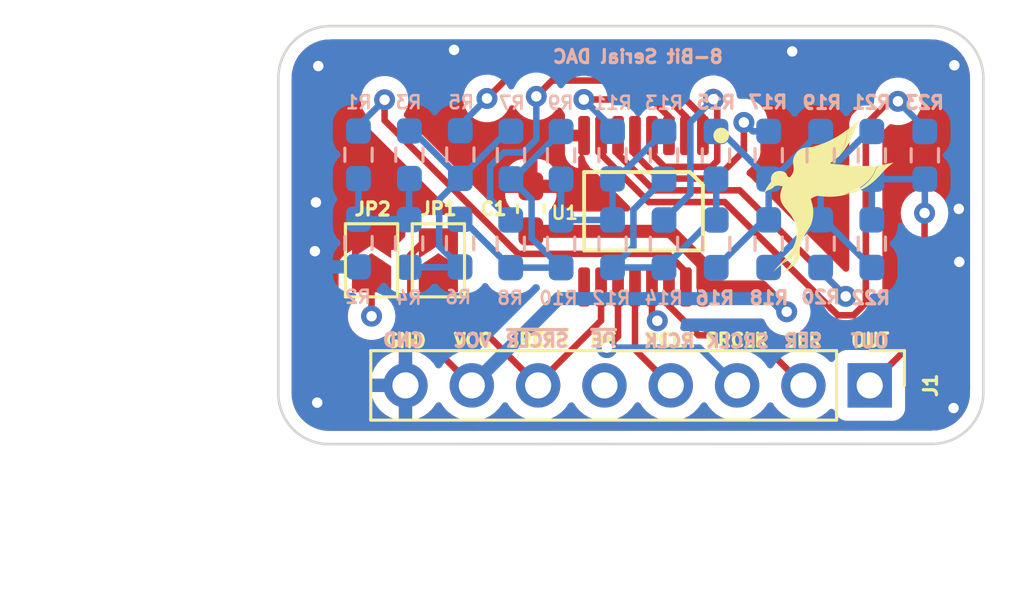
<source format=kicad_pcb>
(kicad_pcb (version 20211014) (generator pcbnew)
  (layers (0 "F.Cu" signal) (1 "In1.Cu" mixed) (2 "In2.Cu" power) (31 "B.Cu" signal) (34 "B.Paste" user) (35 "F.Paste" user) (36 "B.SilkS" user "B.Silkscreen") (37 "F.SilkS" user "F.Silkscreen") (38 "B.Mask" user) (39 "F.Mask" user) (44 "Edge.Cuts" user))
  (net 0 "")
  (net 1 "VCC")
  (net 2 "GND")
  (net 3 "DAC_OUT")
  (net 4 "Net-(J1-Pad2)")
  (net 5 "Net-(J1-Pad3)")
  (net 6 "Net-(J1-Pad4)")
  (net 7 "Net-(J1-Pad5)")
  (net 8 "Net-(J1-Pad6)")
  (net 9 "Net-(R1-Pad1)")
  (net 10 "Net-(R1-Pad2)")
  (net 11 "Net-(R3-Pad2)")
  (net 12 "Net-(R5-Pad1)")
  (net 13 "Net-(R10-Pad1)")
  (net 14 "Net-(R8-Pad1)")
  (net 15 "Net-(R10-Pad2)")
  (net 16 "Net-(R11-Pad1)")
  (net 17 "Net-(R12-Pad2)")
  (net 18 "Net-(R14-Pad1)")
  (net 19 "Net-(R15-Pad2)")
  (net 20 "Net-(R17-Pad1)")
  (net 21 "Net-(R18-Pad2)")
  (net 22 "Net-(R20-Pad1)")
  (net 23 "Net-(R23-Pad1)")
  (footprint "Jumper:SolderJumper-2_P1.3mm_Open_TrianglePad1.0x1.5mm" (layer "F.Cu") (at 130.29 96.51 90)
    (fp_text reference "JP2" (at 1.96 0.045) (layer "F.SilkS") (effects (font (size 0.5 0.5) (thickness 0.125))))
    (fp_text value "SolderJumper_2_Open")
    (pad "1" smd custom locked (at -0.725 0 90) (size 0.3 0.3) (layers "F.Cu" "F.Mask") (net 7 "Net-(J1-Pad5)") (options (clearance outline) (anchor rect)) (primitives (gr_poly (pts (xy 1 0) (xy 0.5 0.75) (xy -0.5 0.75) (xy -0.5 -0.75) (xy 0.5 -0.75)) (width 0) (fill yes))))
    (pad "2" smd custom locked (at 0.725 0 90) (size 0.3 0.3) (layers "F.Cu" "F.Mask") (net 2 "GND") (options (clearance outline) (anchor rect)) (primitives (gr_poly (pts (xy 0.5 0.75) (xy -0.65 0.75) (xy -0.15 0) (xy -0.65 -0.75) (xy 0.5 -0.75)) (width 0) (fill yes))))
  )
  (footprint "Connector_PinHeader_2.54mm:PinHeader_1x08_P2.54mm_Vertical" (layer "F.Cu") (at 149.37 101.3 -90)
    (fp_text reference "J1" (at 0 -2.33 90) (layer "F.SilkS") (effects (font (size 0.5 0.5) (thickness 0.125))))
    (fp_text value "Conn_01x08")
    (pad "1" thru_hole rect locked (at 0 0 270) (size 1.7 1.7) (drill 1) (layers *.Cu *.Mask) (net 3 "DAC_OUT"))
    (pad "2" thru_hole oval locked (at 0 2.54 270) (size 1.7 1.7) (drill 1) (layers *.Cu *.Mask) (net 4 "Net-(J1-Pad2)"))
    (pad "3" thru_hole oval locked (at 0 5.08 270) (size 1.7 1.7) (drill 1) (layers *.Cu *.Mask) (net 5 "Net-(J1-Pad3)"))
    (pad "4" thru_hole oval locked (at 0 7.62 270) (size 1.7 1.7) (drill 1) (layers *.Cu *.Mask) (net 6 "Net-(J1-Pad4)"))
    (pad "5" thru_hole oval locked (at 0 10.16 270) (size 1.7 1.7) (drill 1) (layers *.Cu *.Mask) (net 7 "Net-(J1-Pad5)"))
    (pad "6" thru_hole oval locked (at 0 12.7 270) (size 1.7 1.7) (drill 1) (layers *.Cu *.Mask) (net 8 "Net-(J1-Pad6)"))
    (pad "7" thru_hole oval locked (at 0 15.24 270) (size 1.7 1.7) (drill 1) (layers *.Cu *.Mask) (net 1 "VCC"))
    (pad "8" thru_hole oval locked (at 0 17.78 270) (size 1.7 1.7) (drill 1) (layers *.Cu *.Mask) (net 2 "GND"))
  )
  (footprint "logo" (layer "F.Cu") (at 146.65 94.23)
    (fp_text reference "G***" hide)
    (fp_text value "LOGO" hide)
  )
  (footprint "Capacitor_SMD:C_0603_1608Metric_Pad1.08x0.95mm_HandSolder" (layer "F.Cu") (at 136.39 94.5375 90)
    (fp_text reference "C1" (at 0 -1.43) (layer "F.SilkS") (effects (font (size 0.5 0.5) (thickness 0.125))))
    (fp_text value "0.1uF" hide)
    (pad "1" smd roundrect locked (at -0.8625 0 90) (size 1.075 0.95) (layers "F.Cu" "F.Paste" "F.Mask") (net 1 "VCC"))
    (pad "2" smd roundrect locked (at 0.8625 0 90) (size 1.075 0.95) (layers "F.Cu" "F.Paste" "F.Mask") (net 2 "GND"))
  )
  (footprint "SN74LV595APWRG4:SN74LV595APWRG4" (layer "F.Cu") (at 142.98 94.63 -90)
    (fp_text reference "U1" (at 0.06 5.29 unlocked) (layer "F.SilkS") (effects (font (size 0.5 0.5) (thickness 0.1))))
    (fp_text value "SN74LV595APWRG4")
    (pad "1" smd roundrect (at -2.9 0 270) (size 1.5 0.45) (layers "F.Cu" "F.Paste" "F.Mask") (net 12 "Net-(R5-Pad1)"))
    (pad "2" smd roundrect (at -2.9 0.65 270) (size 1.5 0.45) (layers "F.Cu" "F.Paste" "F.Mask") (net 14 "Net-(R8-Pad1)"))
    (pad "3" smd roundrect (at -2.9 1.3 270) (size 1.5 0.45) (layers "F.Cu" "F.Paste" "F.Mask") (net 16 "Net-(R11-Pad1)"))
    (pad "4" smd roundrect (at -2.9 1.95 270) (size 1.5 0.45) (layers "F.Cu" "F.Paste" "F.Mask") (net 18 "Net-(R14-Pad1)"))
    (pad "5" smd roundrect (at -2.9 2.6 270) (size 1.5 0.45) (layers "F.Cu" "F.Paste" "F.Mask") (net 20 "Net-(R17-Pad1)"))
    (pad "6" smd roundrect (at -2.9 3.25 270) (size 1.5 0.45) (layers "F.Cu" "F.Paste" "F.Mask") (net 22 "Net-(R20-Pad1)"))
    (pad "7" smd roundrect (at -2.9 3.9 270) (size 1.5 0.45) (layers "F.Cu" "F.Paste" "F.Mask") (net 23 "Net-(R23-Pad1)"))
    (pad "8" smd roundrect (at -2.9 4.55 270) (size 1.5 0.45) (layers "F.Cu" "F.Paste" "F.Mask") (net 2 "GND"))
    (pad "9" smd roundrect (at 2.9 4.55 270) (size 1.5 0.45) (layers "F.Cu" "F.Paste" "F.Mask"))
    (pad "10" smd roundrect (at 2.9 3.9 270) (size 1.5 0.45) (layers "F.Cu" "F.Paste" "F.Mask") (net 8 "Net-(J1-Pad6)"))
    (pad "11" smd roundrect (at 2.9 3.25 270) (size 1.5 0.45) (layers "F.Cu" "F.Paste" "F.Mask") (net 5 "Net-(J1-Pad3)"))
    (pad "12" smd roundrect (at 2.9 2.6 270) (size 1.5 0.45) (layers "F.Cu" "F.Paste" "F.Mask") (net 6 "Net-(J1-Pad4)"))
    (pad "13" smd roundrect (at 2.9 1.95 270) (size 1.5 0.45) (layers "F.Cu" "F.Paste" "F.Mask") (net 7 "Net-(J1-Pad5)"))
    (pad "14" smd roundrect (at 2.9 1.3 270) (size 1.5 0.45) (layers "F.Cu" "F.Paste" "F.Mask") (net 4 "Net-(J1-Pad2)"))
    (pad "15" smd roundrect (at 2.9 0.65 270) (size 1.5 0.45) (layers "F.Cu" "F.Paste" "F.Mask") (net 9 "Net-(R1-Pad1)"))
    (pad "16" smd roundrect (at 2.9 0 270) (size 1.5 0.45) (layers "F.Cu" "F.Paste" "F.Mask") (net 1 "VCC"))
  )
  (footprint "Jumper:SolderJumper-2_P1.3mm_Open_TrianglePad1.0x1.5mm" (layer "F.Cu") (at 132.85 96.51 90)
    (fp_text reference "JP1" (at 1.97 0.005 180) (layer "F.SilkS") (effects (font (size 0.5 0.5) (thickness 0.125))))
    (fp_text value "SolderJumper_2_Open")
    (pad "1" smd custom locked (at -0.725 0 90) (size 0.3 0.3) (layers "F.Cu" "F.Mask") (net 8 "Net-(J1-Pad6)") (options (clearance outline) (anchor rect)) (primitives (gr_poly (pts (xy 1 0) (xy 0.5 0.75) (xy -0.5 0.75) (xy -0.5 -0.75) (xy 0.5 -0.75)) (width 0) (fill yes))))
    (pad "2" smd custom locked (at 0.725 0 90) (size 0.3 0.3) (layers "F.Cu" "F.Mask") (net 1 "VCC") (options (clearance outline) (anchor rect)) (primitives (gr_poly (pts (xy 0.5 0.75) (xy -0.65 0.75) (xy -0.15 0) (xy -0.65 -0.75) (xy 0.5 -0.75)) (width 0) (fill yes))))
  )
  (footprint "Resistor_SMD:R_0603_1608Metric_Pad0.98x0.95mm_HandSolder" (layer "B.Cu") (at 145.5 92.4825 -90)
    (fp_text reference "R17" (at -2.03 0.0325 180) (layer "B.SilkS") (effects (font (size 0.5 0.5) (thickness 0.125)) (justify mirror)))
    (fp_text value "R_Small_US" hide)
    (pad "1" smd roundrect locked (at -0.9125 0 270) (size 0.975 0.95) (layers "B.Cu" "B.Paste" "B.Mask") (net 20 "Net-(R17-Pad1)"))
    (pad "2" smd roundrect locked (at 0.9125 0 270) (size 0.975 0.95) (layers "B.Cu" "B.Paste" "B.Mask") (net 19 "Net-(R15-Pad2)"))
  )
  (footprint "Resistor_SMD:R_0603_1608Metric_Pad0.98x0.95mm_HandSolder" (layer "B.Cu") (at 139.52 92.48 -90)
    (fp_text reference "R11" (at -2 -0.01 180) (layer "B.SilkS") (effects (font (size 0.5 0.5) (thickness 0.1)) (justify mirror)))
    (fp_text value "R_Small_US" hide)
    (pad "1" smd roundrect locked (at -0.9125 0 270) (size 0.975 0.95) (layers "B.Cu" "B.Paste" "B.Mask") (net 16 "Net-(R11-Pad1)"))
    (pad "2" smd roundrect locked (at 0.9125 0 270) (size 0.975 0.95) (layers "B.Cu" "B.Paste" "B.Mask") (net 15 "Net-(R10-Pad2)"))
  )
  (footprint "Resistor_SMD:R_0603_1608Metric_Pad0.98x0.95mm_HandSolder" (layer "B.Cu") (at 141.49 92.4875 -90)
    (fp_text reference "R13" (at -2.0075 0 180) (layer "B.SilkS") (effects (font (size 0.5 0.5) (thickness 0.1)) (justify mirror)))
    (fp_text value "R_Small_US" hide)
    (pad "1" smd roundrect locked (at -0.9125 0 270) (size 0.975 0.95) (layers "B.Cu" "B.Paste" "B.Mask") (net 15 "Net-(R10-Pad2)"))
    (pad "2" smd roundrect locked (at 0.9125 0 270) (size 0.975 0.95) (layers "B.Cu" "B.Paste" "B.Mask") (net 17 "Net-(R12-Pad2)"))
  )
  (footprint "Resistor_SMD:R_0603_1608Metric_Pad0.98x0.95mm_HandSolder" (layer "B.Cu") (at 135.63 92.4775 -90)
    (fp_text reference "R7" (at -1.9975 -0.03 180) (layer "B.SilkS") (effects (font (size 0.5 0.5) (thickness 0.1)) (justify mirror)))
    (fp_text value "R_Small_US" hide)
    (pad "1" smd roundrect locked (at -0.9125 0 270) (size 0.975 0.95) (layers "B.Cu" "B.Paste" "B.Mask") (net 11 "Net-(R3-Pad2)"))
    (pad "2" smd roundrect locked (at 0.9125 0 270) (size 0.975 0.95) (layers "B.Cu" "B.Paste" "B.Mask") (net 13 "Net-(R10-Pad1)"))
  )
  (footprint "Resistor_SMD:R_0603_1608Metric_Pad0.98x0.95mm_HandSolder" (layer "B.Cu") (at 133.68 95.8525 90)
    (fp_text reference "R6" (at -2.0675 -0.07 180) (layer "B.SilkS") (effects (font (size 0.5 0.5) (thickness 0.1)) (justify mirror)))
    (fp_text value "R_Small_US" hide)
    (pad "1" smd roundrect locked (at -0.9125 0 90) (size 0.975 0.95) (layers "B.Cu" "B.Paste" "B.Mask") (net 11 "Net-(R3-Pad2)"))
    (pad "2" smd roundrect locked (at 0.9125 0 90) (size 0.975 0.95) (layers "B.Cu" "B.Paste" "B.Mask") (net 13 "Net-(R10-Pad1)"))
  )
  (footprint "Resistor_SMD:R_0603_1608Metric_Pad0.98x0.95mm_HandSolder" (layer "B.Cu") (at 129.79 92.4675 -90)
    (fp_text reference "R1" (at -2.0075 -0.01 180) (layer "B.SilkS") (effects (font (size 0.5 0.5) (thickness 0.1)) (justify mirror)))
    (fp_text value "R_Small_US" hide)
    (pad "1" smd roundrect locked (at -0.9125 0 270) (size 0.975 0.95) (layers "B.Cu" "B.Paste" "B.Mask") (net 9 "Net-(R1-Pad1)"))
    (pad "2" smd roundrect locked (at 0.9125 0 270) (size 0.975 0.95) (layers "B.Cu" "B.Paste" "B.Mask") (net 10 "Net-(R1-Pad2)"))
  )
  (footprint "Resistor_SMD:R_0603_1608Metric_Pad0.98x0.95mm_HandSolder" (layer "B.Cu") (at 135.62 95.8775 -90)
    (fp_text reference "R8" (at 2.0725 0.02 180) (layer "B.SilkS") (effects (font (size 0.5 0.5) (thickness 0.1)) (justify mirror)))
    (fp_text value "R_Small_US" hide)
    (pad "1" smd roundrect locked (at -0.9125 0 270) (size 0.975 0.95) (layers "B.Cu" "B.Paste" "B.Mask") (net 14 "Net-(R8-Pad1)"))
    (pad "2" smd roundrect locked (at 0.9125 0 270) (size 0.975 0.95) (layers "B.Cu" "B.Paste" "B.Mask") (net 13 "Net-(R10-Pad1)"))
  )
  (footprint "Resistor_SMD:R_0603_1608Metric_Pad0.98x0.95mm_HandSolder" (layer "B.Cu") (at 137.55 95.8775 90)
    (fp_text reference "R10" (at -2.0825 -0.1 180) (layer "B.SilkS") (effects (font (size 0.5 0.5) (thickness 0.1)) (justify mirror)))
    (fp_text value "R_Small_US" hide)
    (pad "1" smd roundrect locked (at -0.9125 0 90) (size 0.975 0.95) (layers "B.Cu" "B.Paste" "B.Mask") (net 13 "Net-(R10-Pad1)"))
    (pad "2" smd roundrect locked (at 0.9125 0 90) (size 0.975 0.95) (layers "B.Cu" "B.Paste" "B.Mask") (net 15 "Net-(R10-Pad2)"))
  )
  (footprint "Resistor_SMD:R_0603_1608Metric_Pad0.98x0.95mm_HandSolder" (layer "B.Cu") (at 141.49 95.8775 -90)
    (fp_text reference "R14" (at 2.0725 0.01 180) (layer "B.SilkS") (effects (font (size 0.5 0.5) (thickness 0.1)) (justify mirror)))
    (fp_text value "R_Small_US" hide)
    (pad "1" smd roundrect locked (at -0.9125 0 270) (size 0.975 0.95) (layers "B.Cu" "B.Paste" "B.Mask") (net 18 "Net-(R14-Pad1)"))
    (pad "2" smd roundrect locked (at 0.9125 0 270) (size 0.975 0.95) (layers "B.Cu" "B.Paste" "B.Mask") (net 17 "Net-(R12-Pad2)"))
  )
  (footprint "Resistor_SMD:R_0603_1608Metric_Pad0.98x0.95mm_HandSolder" (layer "B.Cu") (at 133.69 92.4575 -90)
    (fp_text reference "R5" (at -1.9975 -0.03 180) (layer "B.SilkS") (effects (font (size 0.5 0.5) (thickness 0.1)) (justify mirror)))
    (fp_text value "R_Small_US" hide)
    (pad "1" smd roundrect locked (at -0.9125 0 270) (size 0.975 0.95) (layers "B.Cu" "B.Paste" "B.Mask") (net 12 "Net-(R5-Pad1)"))
    (pad "2" smd roundrect locked (at 0.9125 0 270) (size 0.975 0.95) (layers "B.Cu" "B.Paste" "B.Mask") (net 11 "Net-(R3-Pad2)"))
  )
  (footprint "Resistor_SMD:R_0603_1608Metric_Pad0.98x0.95mm_HandSolder" (layer "B.Cu") (at 149.45 95.8725 90)
    (fp_text reference "R22" (at -2.0775 -0.04 180) (layer "B.SilkS") (effects (font (size 0.5 0.5) (thickness 0.125)) (justify mirror)))
    (fp_text value "R_Small_US" hide)
    (pad "1" smd roundrect locked (at -0.9125 0 90) (size 0.975 0.95) (layers "B.Cu" "B.Paste" "B.Mask") (net 21 "Net-(R18-Pad2)"))
    (pad "2" smd roundrect locked (at 0.9125 0 90) (size 0.975 0.95) (layers "B.Cu" "B.Paste" "B.Mask") (net 3 "DAC_OUT"))
  )
  (footprint "Resistor_SMD:R_0603_1608Metric_Pad0.98x0.95mm_HandSolder" (layer "B.Cu") (at 151.48 92.4875 -90)
    (fp_text reference "R23" (at -2.0175 0.01 180) (layer "B.SilkS") (effects (font (size 0.5 0.5) (thickness 0.125)) (justify mirror)))
    (fp_text value "R_Small_US" hide)
    (pad "1" smd roundrect locked (at -0.9125 0 270) (size 0.975 0.95) (layers "B.Cu" "B.Paste" "B.Mask") (net 23 "Net-(R23-Pad1)"))
    (pad "2" smd roundrect locked (at 0.9125 0 270) (size 0.975 0.95) (layers "B.Cu" "B.Paste" "B.Mask") (net 3 "DAC_OUT"))
  )
  (footprint "Resistor_SMD:R_0603_1608Metric_Pad0.98x0.95mm_HandSolder" (layer "B.Cu") (at 137.55 92.4875 -90)
    (fp_text reference "R9" (at -2.0075 0.02 180) (layer "B.SilkS") (effects (font (size 0.5 0.5) (thickness 0.1)) (justify mirror)))
    (fp_text value "R_Small_US" hide)
    (pad "1" smd roundrect locked (at -0.9125 0 270) (size 0.975 0.95) (layers "B.Cu" "B.Paste" "B.Mask") (net 13 "Net-(R10-Pad1)"))
    (pad "2" smd roundrect locked (at 0.9125 0 270) (size 0.975 0.95) (layers "B.Cu" "B.Paste" "B.Mask") (net 15 "Net-(R10-Pad2)"))
  )
  (footprint "Resistor_SMD:R_0603_1608Metric_Pad0.98x0.95mm_HandSolder" (layer "B.Cu") (at 149.45 92.4875 -90)
    (fp_text reference "R21" (at -2.0225 0.02 180) (layer "B.SilkS") (effects (font (size 0.5 0.5) (thickness 0.125)) (justify mirror)))
    (fp_text value "R_Small_US" hide)
    (pad "1" smd roundrect locked (at -0.9125 0 270) (size 0.975 0.95) (layers "B.Cu" "B.Paste" "B.Mask") (net 21 "Net-(R18-Pad2)"))
    (pad "2" smd roundrect locked (at 0.9125 0 270) (size 0.975 0.95) (layers "B.Cu" "B.Paste" "B.Mask") (net 3 "DAC_OUT"))
  )
  (footprint "Resistor_SMD:R_0603_1608Metric_Pad0.98x0.95mm_HandSolder" (layer "B.Cu") (at 147.49 95.8725 90)
    (fp_text reference "R20" (at -2.0475 0) (layer "B.SilkS") (effects (font (size 0.5 0.5) (thickness 0.125)) (justify mirror)))
    (fp_text value "R_Small_US" hide)
    (pad "1" smd roundrect locked (at -0.9125 0 90) (size 0.975 0.95) (layers "B.Cu" "B.Paste" "B.Mask") (net 22 "Net-(R20-Pad1)"))
    (pad "2" smd roundrect locked (at 0.9125 0 90) (size 0.975 0.95) (layers "B.Cu" "B.Paste" "B.Mask") (net 21 "Net-(R18-Pad2)"))
  )
  (footprint "Resistor_SMD:R_0603_1608Metric_Pad0.98x0.95mm_HandSolder" (layer "B.Cu") (at 147.49 92.4875 -90)
    (fp_text reference "R19" (at -2.0175 -0.05) (layer "B.SilkS") (effects (font (size 0.5 0.5) (thickness 0.125)) (justify mirror)))
    (fp_text value "R_Small_US" hide)
    (pad "1" smd roundrect locked (at -0.9125 0 270) (size 0.975 0.95) (layers "B.Cu" "B.Paste" "B.Mask") (net 19 "Net-(R15-Pad2)"))
    (pad "2" smd roundrect locked (at 0.9125 0 270) (size 0.975 0.95) (layers "B.Cu" "B.Paste" "B.Mask") (net 21 "Net-(R18-Pad2)"))
  )
  (footprint "Resistor_SMD:R_0603_1608Metric_Pad0.98x0.95mm_HandSolder" (layer "B.Cu") (at 139.52 95.8725 -90)
    (fp_text reference "R12" (at 2.0775 0.05 180) (layer "B.SilkS") (effects (font (size 0.5 0.5) (thickness 0.1)) (justify mirror)))
    (fp_text value "R_Small_US" hide)
    (pad "1" smd roundrect locked (at -0.9125 0 270) (size 0.975 0.95) (layers "B.Cu" "B.Paste" "B.Mask") (net 15 "Net-(R10-Pad2)"))
    (pad "2" smd roundrect locked (at 0.9125 0 270) (size 0.975 0.95) (layers "B.Cu" "B.Paste" "B.Mask") (net 17 "Net-(R12-Pad2)"))
  )
  (footprint "Resistor_SMD:R_0603_1608Metric_Pad0.98x0.95mm_HandSolder" (layer "B.Cu") (at 143.49 95.8775 -90)
    (fp_text reference "R16" (at 2.0775 0.05 180) (layer "B.SilkS") (effects (font (size 0.5 0.5) (thickness 0.125)) (justify mirror)))
    (fp_text value "R_Small_US" hide)
    (pad "1" smd roundrect locked (at -0.9125 0 270) (size 0.975 0.95) (layers "B.Cu" "B.Paste" "B.Mask") (net 17 "Net-(R12-Pad2)"))
    (pad "2" smd roundrect locked (at 0.9125 0 270) (size 0.975 0.95) (layers "B.Cu" "B.Paste" "B.Mask") (net 19 "Net-(R15-Pad2)"))
  )
  (footprint "Resistor_SMD:R_0603_1608Metric_Pad0.98x0.95mm_HandSolder" (layer "B.Cu") (at 131.74 92.4675 90)
    (fp_text reference "R3" (at 2.0075 -0.03 180) (layer "B.SilkS") (effects (font (size 0.5 0.5) (thickness 0.1)) (justify mirror)))
    (fp_text value "R_Small_US" hide)
    (pad "1" smd roundrect locked (at -0.9125 0 90) (size 0.975 0.95) (layers "B.Cu" "B.Paste" "B.Mask") (net 10 "Net-(R1-Pad2)"))
    (pad "2" smd roundrect locked (at 0.9125 0 90) (size 0.975 0.95) (layers "B.Cu" "B.Paste" "B.Mask") (net 11 "Net-(R3-Pad2)"))
  )
  (footprint "Resistor_SMD:R_0603_1608Metric_Pad0.98x0.95mm_HandSolder" (layer "B.Cu") (at 131.73 95.8625 -90)
    (fp_text reference "R4" (at 2.0875 0.02 180) (layer "B.SilkS") (effects (font (size 0.5 0.5) (thickness 0.1)) (justify mirror)))
    (fp_text value "R_Small_US" hide)
    (pad "1" smd roundrect locked (at -0.9125 0 270) (size 0.975 0.95) (layers "B.Cu" "B.Paste" "B.Mask") (net 10 "Net-(R1-Pad2)"))
    (pad "2" smd roundrect locked (at 0.9125 0 270) (size 0.975 0.95) (layers "B.Cu" "B.Paste" "B.Mask") (net 11 "Net-(R3-Pad2)"))
  )
  (footprint "Resistor_SMD:R_0603_1608Metric_Pad0.98x0.95mm_HandSolder" (layer "B.Cu") (at 143.48 92.4875 90)
    (fp_text reference "R15" (at 2.0275 0 180) (layer "B.SilkS") (effects (font (size 0.5 0.5) (thickness 0.125)) (justify mirror)))
    (fp_text value "R_Small_US" hide)
    (pad "1" smd roundrect locked (at -0.9125 0 90) (size 0.975 0.95) (layers "B.Cu" "B.Paste" "B.Mask") (net 17 "Net-(R12-Pad2)"))
    (pad "2" smd roundrect locked (at 0.9125 0 90) (size 0.975 0.95) (layers "B.Cu" "B.Paste" "B.Mask") (net 19 "Net-(R15-Pad2)"))
  )
  (footprint "Resistor_SMD:R_0603_1608Metric_Pad0.98x0.95mm_HandSolder" (layer "B.Cu") (at 129.79 95.8475 -90)
    (fp_text reference "R2" (at 2.0625 0.02 180) (layer "B.SilkS") (effects (font (size 0.5 0.5) (thickness 0.1)) (justify mirror)))
    (fp_text value "R_Small_US" hide)
    (pad "1" smd roundrect locked (at -0.9125 0 270) (size 0.975 0.95) (layers "B.Cu" "B.Paste" "B.Mask") (net 10 "Net-(R1-Pad2)"))
    (pad "2" smd roundrect locked (at 0.9125 0 270) (size 0.975 0.95) (layers "B.Cu" "B.Paste" "B.Mask") (net 2 "GND"))
  )
  (footprint "Resistor_SMD:R_0603_1608Metric_Pad0.98x0.95mm_HandSolder" (layer "B.Cu") (at 145.5 95.8725 -90)
    (fp_text reference "R18" (at 2.0775 -0.01 180) (layer "B.SilkS") (effects (font (size 0.5 0.5) (thickness 0.125)) (justify mirror)))
    (fp_text value "R_Small_US" hide)
    (pad "1" smd roundrect locked (at -0.9125 0 270) (size 0.975 0.95) (layers "B.Cu" "B.Paste" "B.Mask") (net 19 "Net-(R15-Pad2)"))
    (pad "2" smd roundrect locked (at 0.9125 0 270) (size 0.975 0.95) (layers "B.Cu" "B.Paste" "B.Mask") (net 21 "Net-(R18-Pad2)"))
  )
  (gr_arc (start 151.72 87.54) (mid 153.134214 88.125786) (end 153.72 89.54) (layer "Edge.Cuts") (width 0.1))
  (gr_line (start 151.78 103.54) (end 128.714214 103.55) (layer "Edge.Cuts") (width 0.1))
  (gr_line (start 126.72 101.6) (end 126.72 89.524214) (layer "Edge.Cuts") (width 0.1))
  (gr_line (start 153.72 89.54) (end 153.72 101.51) (layer "Edge.Cuts") (width 0.1))
  (gr_line (start 128.724214 87.54) (end 151.72 87.54) (layer "Edge.Cuts") (width 0.1))
  (gr_arc (start 126.72 89.524214) (mid 127.30947 88.115311) (end 128.724214 87.54) (layer "Edge.Cuts") (width 0.1))
  (gr_arc (start 128.714214 103.55) (mid 127.305169 102.996278) (end 126.72 101.6) (layer "Edge.Cuts") (width 0.1))
  (gr_arc (start 153.72 101.51) (mid 153.175062 102.931217) (end 151.78 103.54) (layer "Edge.Cuts") (width 0.1))
  (gr_text "OUT" (at 149.37 99.6) (layer "B.SilkS") (effects (font (size 0.5 0.5) (thickness 0.125)) (justify mirror)))
  (gr_text "RCLK" (at 141.69 99.6) (layer "B.SilkS") (effects (font (size 0.5 0.5) (thickness 0.125)) (justify mirror)))
  (gr_text "~{SRCLR}" (at 136.63 99.58) (layer "B.SilkS") (effects (font (size 0.5 0.5) (thickness 0.125)) (justify mirror)))
  (gr_text "GND" (at 131.5 99.56) (layer "B.SilkS") (effects (font (size 0.5 0.5) (thickness 0.125)) (justify mirror)))
  (gr_text "SER" (at 146.82 99.6) (layer "B.SilkS") (effects (font (size 0.5 0.5) (thickness 0.125)) (justify mirror)))
  (gr_text "VCC" (at 134.15 99.59) (layer "B.SilkS") (effects (font (size 0.5 0.5) (thickness 0.125)) (justify mirror)))
  (gr_text "~{OE}" (at 139.16 99.57) (layer "B.SilkS") (effects (font (size 0.5 0.5) (thickness 0.125)) (justify mirror)))
  (gr_text "8-Bit Serial DAC" (at 140.49 88.71) (layer "B.SilkS") (effects (font (size 0.5 0.5) (thickness 0.125)) (justify mirror)))
  (gr_text "SRCLK" (at 144.31 99.61) (layer "B.SilkS") (effects (font (size 0.5 0.5) (thickness 0.125)) (justify mirror)))
  (gr_text "VCC" (at 134.17 99.58) (layer "F.SilkS") (effects (font (size 0.5 0.5) (thickness 0.125))))
  (gr_text "RCLK" (at 141.73 99.57) (layer "F.SilkS") (effects (font (size 0.5 0.5) (thickness 0.125))))
  (gr_text "SER" (at 146.82 99.58) (layer "F.SilkS") (effects (font (size 0.5 0.5) (thickness 0.125))))
  (gr_text "SRCLK" (at 144.27 99.57) (layer "F.SilkS") (effects (font (size 0.5 0.5) (thickness 0.125))))
  (gr_text "OUT" (at 149.39 99.57) (layer "F.SilkS") (effects (font (size 0.5 0.5) (thickness 0.125))))
  (gr_text "GND" (at 131.6 99.59) (layer "F.SilkS") (effects (font (size 0.5 0.5) (thickness 0.125))))
  (gr_text "~{SRCLR}" (at 136.66 99.57) (layer "F.SilkS") (effects (font (size 0.5 0.5) (thickness 0.125))))
  (gr_text "~{OE}" (at 139.19 99.58) (layer "F.SilkS") (effects (font (size 0.5 0.5) (thickness 0.125))))
  (segment (start 134.13 101.3) (end 131.77548 98.94548) (width 0.25) (layer "F.Cu") (net 1))
  (segment (start 131.77548 96.30452) (end 132.295 95.785) (width 0.25) (layer "F.Cu") (net 1))
  (segment (start 141.730533 95.4) (end 136.39 95.4) (width 0.5) (layer "F.Cu") (net 1))
  (segment (start 142.98 97.53) (end 145.24 97.53) (width 0.5) (layer "F.Cu") (net 1))
  (segment (start 142.98 97.53) (end 142.98 96.649467) (width 0.5) (layer "F.Cu") (net 1))
  (segment (start 132.295 95.785) (end 132.85 95.785) (width 0.25) (layer "F.Cu") (net 1))
  (segment (start 131.77548 98.94548) (end 131.77548 96.30452) (width 0.25) (layer "F.Cu") (net 1))
  (segment (start 142.98 96.649467) (end 141.730533 95.4) (width 0.5) (layer "F.Cu") (net 1))
  (segment (start 145.24 97.53) (end 146.19 98.48) (width 0.5) (layer "F.Cu") (net 1))
  (via (at 146.19 98.48) (size 0.8) (drill 0.4) (layers "F.Cu" "B.Cu") (net 1))
  (segment (start 137.453391 97.976609) (end 134.13 101.3) (width 0.5) (layer "B.Cu") (net 1))
  (segment (start 146.19 98.48) (end 145.686609 97.976609) (width 0.5) (layer "B.Cu") (net 1))
  (segment (start 145.686609 97.976609) (end 137.453391 97.976609) (width 0.5) (layer "B.Cu") (net 1))
  (via (at 133.45 88.45) (size 0.8) (drill 0.4) (layers "F.Cu" "B.Cu") (net 2))
  (via (at 128.21 101.96) (size 0.8) (drill 0.4) (layers "F.Cu" "B.Cu") (net 2))
  (via (at 152.58 102.17) (size 0.8) (drill 0.4) (layers "F.Cu" "B.Cu") (net 2))
  (via (at 152.8 96.57) (size 0.8) (drill 0.4) (layers "F.Cu" "B.Cu") (net 2))
  (via (at 146.4 88.51) (size 0.8) (drill 0.4) (layers "F.Cu" "B.Cu") (net 2))
  (via (at 128.25 89.07) (size 0.8) (drill 0.4) (layers "F.Cu" "B.Cu") (net 2))
  (via (at 128.16 94.29) (size 0.8) (drill 0.4) (layers "F.Cu" "B.Cu") (net 2))
  (via (at 152.61 89.04) (size 0.8) (drill 0.4) (layers "F.Cu" "B.Cu") (net 2))
  (via (at 152.78 94.54) (size 0.8) (drill 0.4) (layers "F.Cu" "B.Cu") (net 2))
  (via (at 128.12 96.16) (size 0.8) (drill 0.4) (layers "F.Cu" "B.Cu") (net 2))
  (segment (start 151.47 99.2) (end 151.47 94.7) (width 0.25) (layer "F.Cu") (net 3))
  (segment (start 149.37 101.3) (end 151.47 99.2) (width 0.25) (layer "F.Cu") (net 3))
  (via (at 151.47 94.7) (size 0.8) (drill 0.4) (layers "F.Cu" "B.Cu") (net 3))
  (segment (start 151.48 94.69) (end 151.47 94.7) (width 0.25) (layer "B.Cu") (net 3))
  (segment (start 149.45 94.96) (end 149.45 93.4) (width 0.25) (layer "B.Cu") (net 3))
  (segment (start 151.48 93.4) (end 151.48 94.69) (width 0.25) (layer "B.Cu") (net 3))
  (segment (start 149.45 93.4) (end 151.48 93.4) (width 0.25) (layer "B.Cu") (net 3))
  (segment (start 142.811961 99.38) (end 141.68 98.248039) (width 0.25) (layer "F.Cu") (net 4))
  (segment (start 141.68 98.248039) (end 141.68 97.53) (width 0.25) (layer "F.Cu") (net 4))
  (segment (start 146.83 101.3) (end 144.91 99.38) (width 0.25) (layer "F.Cu") (net 4))
  (segment (start 144.91 99.38) (end 142.811961 99.38) (width 0.25) (layer "F.Cu") (net 4))
  (segment (start 139.73 97.53) (end 139.73 99.426826) (width 0.25) (layer "F.Cu") (net 5))
  (segment (start 139.73 99.426826) (end 139.303322 99.853504) (width 0.25) (layer "F.Cu") (net 5))
  (via (at 139.303322 99.853504) (size 0.8) (drill 0.4) (layers "F.Cu" "B.Cu") (net 5))
  (segment (start 142.843504 99.853504) (end 144.29 101.3) (width 0.25) (layer "B.Cu") (net 5))
  (segment (start 139.303322 99.853504) (end 142.843504 99.853504) (width 0.25) (layer "B.Cu") (net 5))
  (segment (start 141.75 101.3) (end 140.38 99.93) (width 0.25) (layer "F.Cu") (net 6))
  (segment (start 140.38 99.93) (end 140.38 97.53) (width 0.25) (layer "F.Cu") (net 6))
  (segment (start 130.29 98.65) (end 130.29 97.235) (width 0.25) (layer "F.Cu") (net 7))
  (segment (start 141.03 97.53) (end 141.03 98.622638) (width 0.25) (layer "F.Cu") (net 7))
  (segment (start 141.03 98.622638) (end 141.233482 98.82612) (width 0.25) (layer "F.Cu") (net 7))
  (via (at 141.233482 98.82612) (size 0.8) (drill 0.4) (layers "F.Cu" "B.Cu") (net 7))
  (via (at 130.29 98.65) (size 0.8) (drill 0.4) (layers "F.Cu" "B.Cu") (net 7))
  (segment (start 136.67 101.225386) (end 139.08 98.815386) (width 0.25) (layer "F.Cu") (net 8))
  (segment (start 132.85 97.48) (end 136.67 101.3) (width 0.25) (layer "F.Cu") (net 8))
  (segment (start 132.85 97.235) (end 132.85 97.48) (width 0.25) (layer "F.Cu") (net 8))
  (segment (start 139.08 98.815386) (end 139.08 97.53) (width 0.25) (layer "F.Cu") (net 8))
  (segment (start 136.67 101.3) (end 136.67 101.225386) (width 0.25) (layer "F.Cu") (net 8))
  (segment (start 142.33 97.53) (end 142.33 96.953382) (width 0.25) (layer "F.Cu") (net 9))
  (segment (start 142.33 96.953382) (end 141.638638 96.26202) (width 0.25) (layer "F.Cu") (net 9))
  (segment (start 135.90202 96.26202) (end 130.79 91.15) (width 0.25) (layer "F.Cu") (net 9))
  (segment (start 130.79 91.15) (end 130.79 90.36) (width 0.25) (layer "F.Cu") (net 9))
  (segment (start 141.638638 96.26202) (end 135.90202 96.26202) (width 0.25) (layer "F.Cu") (net 9))
  (via (at 130.79 90.36) (size 0.8) (drill 0.4) (layers "F.Cu" "B.Cu") (net 9))
  (segment (start 129.79 91.555) (end 129.79 91.36) (width 0.25) (layer "B.Cu") (net 9))
  (segment (start 129.79 91.36) (end 130.79 90.36) (width 0.25) (layer "B.Cu") (net 9))
  (segment (start 131.715 94.935) (end 131.73 94.95) (width 0.25) (layer "B.Cu") (net 10))
  (segment (start 131.73 94.95) (end 131.73 93.39) (width 0.25) (layer "B.Cu") (net 10))
  (segment (start 129.79 93.38) (end 129.79 94.935) (width 0.25) (layer "B.Cu") (net 10))
  (segment (start 131.73 93.39) (end 131.74 93.38) (width 0.25) (layer "B.Cu") (net 10))
  (segment (start 129.79 94.935) (end 131.715 94.935) (width 0.25) (layer "B.Cu") (net 10))
  (segment (start 131.73 96.775) (end 133.67 96.775) (width 0.25) (layer "B.Cu") (net 11))
  (segment (start 131.74 91.555) (end 131.875 91.555) (width 0.25) (layer "B.Cu") (net 11))
  (segment (start 132.88048 94.17952) (end 133.69 93.37) (width 0.25) (layer "B.Cu") (net 11))
  (segment (start 133.68 96.765) (end 132.88048 95.96548) (width 0.25) (layer "B.Cu") (net 11))
  (segment (start 133.67 96.775) (end 133.68 96.765) (width 0.25) (layer "B.Cu") (net 11))
  (segment (start 132.88048 95.96548) (end 132.88048 94.17952) (width 0.25) (layer "B.Cu") (net 11))
  (segment (start 131.875 91.555) (end 133.69 93.37) (width 0.25) (layer "B.Cu") (net 11))
  (segment (start 135.495 91.565) (end 135.63 91.565) (width 0.25) (layer "B.Cu") (net 11))
  (segment (start 133.69 93.37) (end 135.495 91.565) (width 0.25) (layer "B.Cu") (net 11))
  (segment (start 141.128039 89.16) (end 135.86 89.16) (width 0.25) (layer "F.Cu") (net 12))
  (segment (start 135.86 89.16) (end 134.71 90.31) (width 0.25) (layer "F.Cu") (net 12))
  (segment (start 142.98 91.73) (end 142.98 91.011961) (width 0.25) (layer "F.Cu") (net 12))
  (segment (start 142.98 91.011961) (end 141.128039 89.16) (width 0.25) (layer "F.Cu") (net 12))
  (via (at 134.71 90.31) (size 0.8) (drill 0.4) (layers "F.Cu" "B.Cu") (net 12))
  (segment (start 133.69 91.545) (end 133.69 91.33) (width 0.25) (layer "B.Cu") (net 12))
  (segment (start 133.69 91.33) (end 134.71 90.31) (width 0.25) (layer "B.Cu") (net 12))
  (segment (start 133.68 94.94) (end 133.77 94.94) (width 0.25) (layer "B.Cu") (net 13))
  (segment (start 135.63 93.39) (end 135.735 93.39) (width 0.25) (layer "B.Cu") (net 13))
  (segment (start 135.62 96.79) (end 137.55 96.79) (width 0.25) (layer "B.Cu") (net 13))
  (segment (start 137.55 96.79) (end 136.41952 95.65952) (width 0.25) (layer "B.Cu") (net 13))
  (segment (start 133.77 94.94) (end 135.62 96.79) (width 0.25) (layer "B.Cu") (net 13))
  (segment (start 136.41952 95.65952) (end 136.41952 94.17952) (width 0.25) (layer "B.Cu") (net 13))
  (segment (start 135.735 93.39) (end 137.55 91.575) (width 0.25) (layer "B.Cu") (net 13))
  (segment (start 136.41952 94.17952) (end 135.63 93.39) (width 0.25) (layer "B.Cu") (net 13))
  (segment (start 142.33 91.73) (end 142.33 91.011961) (width 0.25) (layer "F.Cu") (net 14))
  (segment (start 137.204511 89.625489) (end 136.6 90.23) (width 0.25) (layer "F.Cu") (net 14))
  (segment (start 140.943528 89.625489) (end 137.204511 89.625489) (width 0.25) (layer "F.Cu") (net 14))
  (segment (start 142.33 91.011961) (end 140.943528 89.625489) (width 0.25) (layer "F.Cu") (net 14))
  (via (at 136.6 90.23) (size 0.8) (drill 0.4) (layers "F.Cu" "B.Cu") (net 14))
  (segment (start 135.62 94.965) (end 134.83048 94.17548) (width 0.25) (layer "B.Cu") (net 14))
  (segment (start 136.10298 92.37702) (end 136.6 91.88) (width 0.25) (layer "B.Cu") (net 14))
  (segment (start 135.360664 92.37702) (end 136.10298 92.37702) (width 0.25) (layer "B.Cu") (net 14))
  (segment (start 134.83048 92.907204) (end 135.360664 92.37702) (width 0.25) (layer "B.Cu") (net 14))
  (segment (start 134.83048 94.17548) (end 134.83048 92.907204) (width 0.25) (layer "B.Cu") (net 14))
  (segment (start 136.6 91.88) (end 136.6 90.23) (width 0.25) (layer "B.Cu") (net 14))
  (segment (start 139.52 94.96) (end 139.52 93.3925) (width 0.25) (layer "B.Cu") (net 15))
  (segment (start 137.55 94.965) (end 139.515 94.965) (width 0.25) (layer "B.Cu") (net 15))
  (segment (start 139.515 94.965) (end 139.52 94.96) (width 0.25) (layer "B.Cu") (net 15))
  (segment (start 137.55 94.965) (end 137.55 93.4) (width 0.25) (layer "B.Cu") (net 15))
  (segment (start 139.6725 93.3925) (end 141.49 91.575) (width 0.25) (layer "B.Cu") (net 15))
  (segment (start 139.52 93.3925) (end 139.6725 93.3925) (width 0.25) (layer "B.Cu") (net 15))
  (segment (start 141.68 91.011961) (end 141.018039 90.35) (width 0.25) (layer "F.Cu") (net 16))
  (segment (start 141.68 91.73) (end 141.68 91.011961) (width 0.25) (layer "F.Cu") (net 16))
  (segment (start 141.018039 90.35) (end 138.42 90.35) (width 0.25) (layer "F.Cu") (net 16))
  (via (at 138.42 90.35) (size 0.8) (drill 0.4) (layers "F.Cu" "B.Cu") (net 16))
  (segment (start 139.52 91.5675) (end 139.52 91.45) (width 0.25) (layer "B.Cu") (net 16))
  (segment (start 139.52 91.45) (end 138.42 90.35) (width 0.25) (layer "B.Cu") (net 16))
  (segment (start 140.31952 94.57048) (end 141.49 93.4) (width 0.25) (layer "B.Cu") (net 17))
  (segment (start 139.52 96.785) (end 141.485 96.785) (width 0.25) (layer "B.Cu") (net 17))
  (segment (start 143.49 93.41) (end 143.48 93.4) (width 0.25) (layer "B.Cu") (net 17))
  (segment (start 140.31952 95.98548) (end 140.31952 94.57048) (width 0.25) (layer "B.Cu") (net 17))
  (segment (start 139.52 96.785) (end 140.31952 95.98548) (width 0.25) (layer "B.Cu") (net 17))
  (segment (start 143.49 94.965) (end 143.315 94.965) (width 0.25) (layer "B.Cu") (net 17))
  (segment (start 143.49 94.965) (end 143.49 93.41) (width 0.25) (layer "B.Cu") (net 17))
  (segment (start 143.315 94.965) (end 141.49 96.79) (width 0.25) (layer "B.Cu") (net 17))
  (segment (start 141.485 96.785) (end 141.49 96.79) (width 0.25) (layer "B.Cu") (net 17))
  (segment (start 143.52952 92.70048) (end 143.3 92.93) (width 0.25) (layer "F.Cu") (net 18))
  (segment (start 141.511961 92.93) (end 141.03 92.448039) (width 0.25) (layer "F.Cu") (net 18))
  (segment (start 143.38 90.34) (end 143.52952 90.48952) (width 0.25) (layer "F.Cu") (net 18))
  (segment (start 143.52952 90.48952) (end 143.52952 92.70048) (width 0.25) (layer "F.Cu") (net 18))
  (segment (start 141.03 92.448039) (end 141.03 91.73) (width 0.25) (layer "F.Cu") (net 18))
  (segment (start 143.3 92.93) (end 141.511961 92.93) (width 0.25) (layer "F.Cu") (net 18))
  (via (at 143.38 90.34) (size 0.8) (drill 0.4) (layers "F.Cu" "B.Cu") (net 18))
  (segment (start 142.5 93.955) (end 142.5 92.1) (width 0.25) (layer "B.Cu") (net 18))
  (segment (start 142.49 93.965) (end 142.5 93.955) (width 0.25) (layer "B.Cu") (net 18))
  (segment (start 141.49 94.965) (end 142.46 93.995) (width 0.25) (layer "B.Cu") (net 18))
  (segment (start 142.46 93.995) (end 142.49 93.965) (width 0.25) (layer "B.Cu") (net 18))
  (segment (start 142.5 91.22) (end 143.38 90.34) (width 0.25) (layer "B.Cu") (net 18))
  (segment (start 142.5 92.1) (end 142.5 91.22) (width 0.25) (layer "B.Cu") (net 18))
  (segment (start 145.5 93.395) (end 145.67 93.395) (width 0.25) (layer "B.Cu") (net 19))
  (segment (start 143.48 91.575) (end 143.68 91.575) (width 0.25) (layer "B.Cu") (net 19))
  (segment (start 145.5 94.96) (end 145.32 94.96) (width 0.25) (layer "B.Cu") (net 19))
  (segment (start 145.5 94.96) (end 145.5 93.395) (width 0.25) (layer "B.Cu") (net 19))
  (segment (start 145.32 94.96) (end 143.49 96.79) (width 0.25) (layer "B.Cu") (net 19))
  (segment (start 145.67 93.395) (end 147.49 91.575) (width 0.25) (layer "B.Cu") (net 19))
  (segment (start 143.68 91.575) (end 145.5 93.395) (width 0.25) (layer "B.Cu") (net 19))
  (segment (start 144.548897 92.318897) (end 144.548897 91.228306) (width 0.25) (layer "F.Cu") (net 20))
  (segment (start 140.38 92.448039) (end 141.311481 93.37952) (width 0.25) (layer "F.Cu") (net 20))
  (segment (start 141.311481 93.37952) (end 143.488274 93.37952) (width 0.25) (layer "F.Cu") (net 20))
  (segment (start 143.488274 93.37952) (end 144.548897 92.318897) (width 0.25) (layer "F.Cu") (net 20))
  (segment (start 140.38 91.73) (end 140.38 92.448039) (width 0.25) (layer "F.Cu") (net 20))
  (via (at 144.548897 91.228306) (size 0.8) (drill 0.4) (layers "F.Cu" "B.Cu") (net 20))
  (segment (start 144.890591 91.57) (end 144.548897 91.228306) (width 0.25) (layer "B.Cu") (net 20))
  (segment (start 145.5 91.57) (end 144.890591 91.57) (width 0.25) (layer "B.Cu") (net 20))
  (segment (start 147.49 94.96) (end 147.325 94.96) (width 0.25) (layer "B.Cu") (net 21))
  (segment (start 147.625 94.96) (end 149.45 96.785) (width 0.25) (layer "B.Cu") (net 21))
  (segment (start 147.49 93.4) (end 147.49 94.96) (width 0.25) (layer "B.Cu") (net 21))
  (segment (start 149.45 91.575) (end 149.315 91.575) (width 0.25) (layer "B.Cu") (net 21))
  (segment (start 149.315 91.575) (end 147.49 93.4) (width 0.25) (layer "B.Cu") (net 21))
  (segment (start 147.325 94.96) (end 145.5 96.785) (width 0.25) (layer "B.Cu") (net 21))
  (segment (start 147.49 94.96) (end 147.625 94.96) (width 0.25) (layer "B.Cu") (net 21))
  (segment (start 144.38904 93.82904) (end 148.45 97.89) (width 0.25) (layer "F.Cu") (net 22))
  (segment (start 141.111001 93.82904) (end 144.38904 93.82904) (width 0.25) (layer "F.Cu") (net 22))
  (segment (start 139.73 91.73) (end 139.73 92.448039) (width 0.25) (layer "F.Cu") (net 22))
  (segment (start 139.73 92.448039) (end 141.111001 93.82904) (width 0.25) (layer "F.Cu") (net 22))
  (via (at 148.45 97.89) (size 0.8) (drill 0.4) (layers "F.Cu" "B.Cu") (net 22))
  (segment (start 147.49 96.785) (end 147.49 96.93) (width 0.25) (layer "B.Cu") (net 22))
  (segment (start 147.49 96.93) (end 148.45 97.89) (width 0.25) (layer "B.Cu") (net 22))
  (segment (start 143.813946 94.27856) (end 148.149897 98.614511) (width 0.25) (layer "F.Cu") (net 23))
  (segment (start 149.22 91.31) (end 150.11 90.42) (width 0.25) (layer "F.Cu") (net 23))
  (segment (start 149.22 98.144614) (end 149.22 91.31) (width 0.25) (layer "F.Cu") (net 23))
  (segment (start 139.08 92.448039) (end 140.910521 94.27856) (width 0.25) (layer "F.Cu") (net 23))
  (segment (start 140.910521 94.27856) (end 143.813946 94.27856) (width 0.25) (layer "F.Cu") (net 23))
  (segment (start 148.750103 98.614511) (end 149.22 98.144614) (width 0.25) (layer "F.Cu") (net 23))
  (segment (start 150.11 90.42) (end 150.45 90.42) (width 0.25) (layer "F.Cu") (net 23))
  (segment (start 148.149897 98.614511) (end 148.750103 98.614511) (width 0.25) (layer "F.Cu") (net 23))
  (segment (start 139.08 91.73) (end 139.08 92.448039) (width 0.25) (layer "F.Cu") (net 23))
  (via (at 150.45 90.42) (size 0.8) (drill 0.4) (layers "F.Cu" "B.Cu") (net 23))
  (segment (start 151.48 91.45) (end 150.45 90.42) (width 0.25) (layer "B.Cu") (net 23))
  (segment (start 151.48 91.575) (end 151.48 91.45) (width 0.25) (layer "B.Cu") (net 23))
  (zone (net 2) (net_name "GND") (layers "F.Cu" "In1.Cu" "In2.Cu" "B.Cu") (connect_pads (clearance 0.508)) (min_thickness 0.254) (fill yes (thermal_gap 0.508) (thermal_bridge_width 0.508))
    (polygon (pts (xy 154.72 105.54) (xy 125.72 105.54) (xy 125.72 86.54) (xy 154.72 86.54)))
  )
)
</source>
